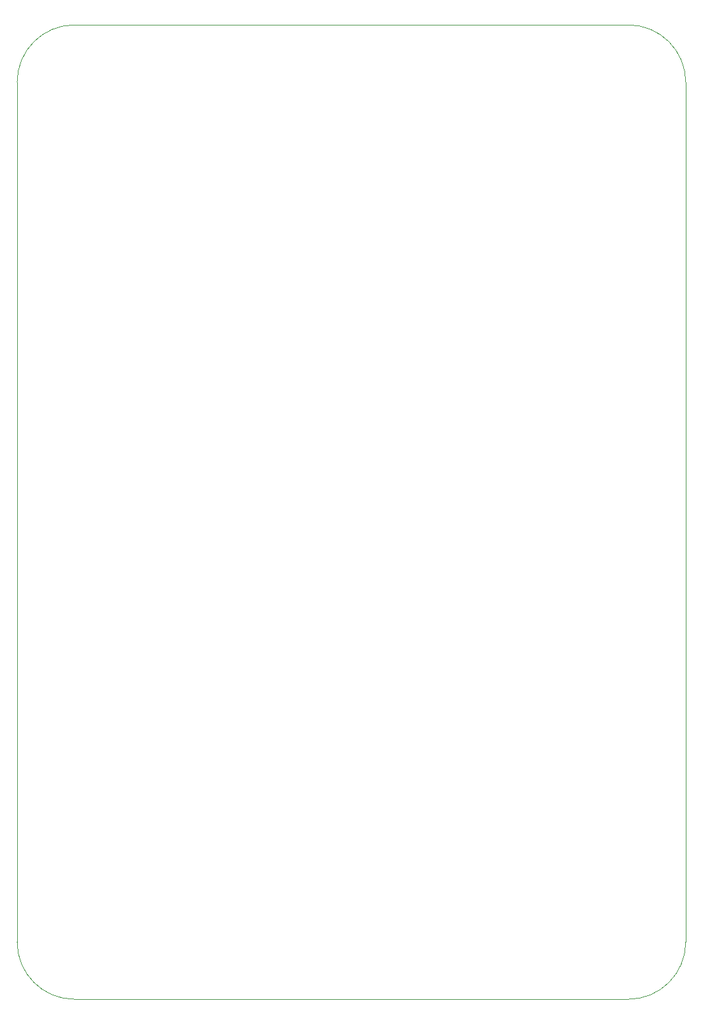
<source format=gbr>
%TF.GenerationSoftware,KiCad,Pcbnew,7.0.5*%
%TF.CreationDate,2023-09-24T23:37:00-04:00*%
%TF.ProjectId,cascade_cart_rev0,63617363-6164-4655-9f63-6172745f7265,rev?*%
%TF.SameCoordinates,Original*%
%TF.FileFunction,Profile,NP*%
%FSLAX46Y46*%
G04 Gerber Fmt 4.6, Leading zero omitted, Abs format (unit mm)*
G04 Created by KiCad (PCBNEW 7.0.5) date 2023-09-24 23:37:00*
%MOMM*%
%LPD*%
G01*
G04 APERTURE LIST*
%TA.AperFunction,Profile*%
%ADD10C,0.100000*%
%TD*%
G04 APERTURE END LIST*
D10*
X66040000Y-160020000D02*
G75*
G03*
X73660000Y-167640000I7620000J0D01*
G01*
X154940000Y-45720000D02*
G75*
G03*
X147320000Y-38100000I-7620000J0D01*
G01*
X73660000Y-38100000D02*
X147320000Y-38100000D01*
X147320000Y-167640000D02*
X73660000Y-167640000D01*
X154940000Y-45720000D02*
X154940000Y-160020000D01*
X73660000Y-38100000D02*
G75*
G03*
X66040000Y-45720000I0J-7620000D01*
G01*
X147320000Y-167640000D02*
G75*
G03*
X154940000Y-160020000I0J7620000D01*
G01*
X66040000Y-160020000D02*
X66040000Y-45720000D01*
M02*

</source>
